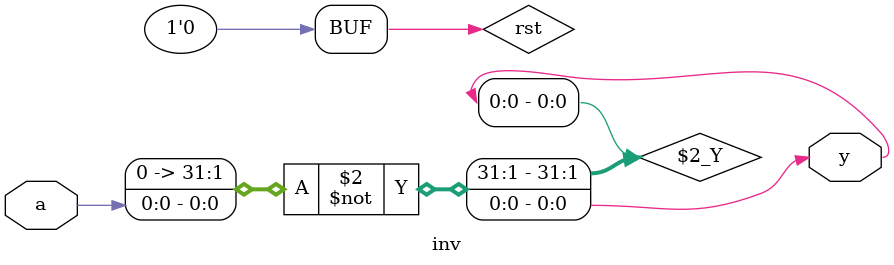
<source format=v>
`timescale 1ns/1ps
`default_nettype none

module inv(
    output wire y,
    input wire a
);
parameter iv = 1;

reg rst = 1;

assign #2 y = rst ? iv : ~a;

initial begin
    #100 rst = 0;
end

endmodule
`default_nettype wire

</source>
